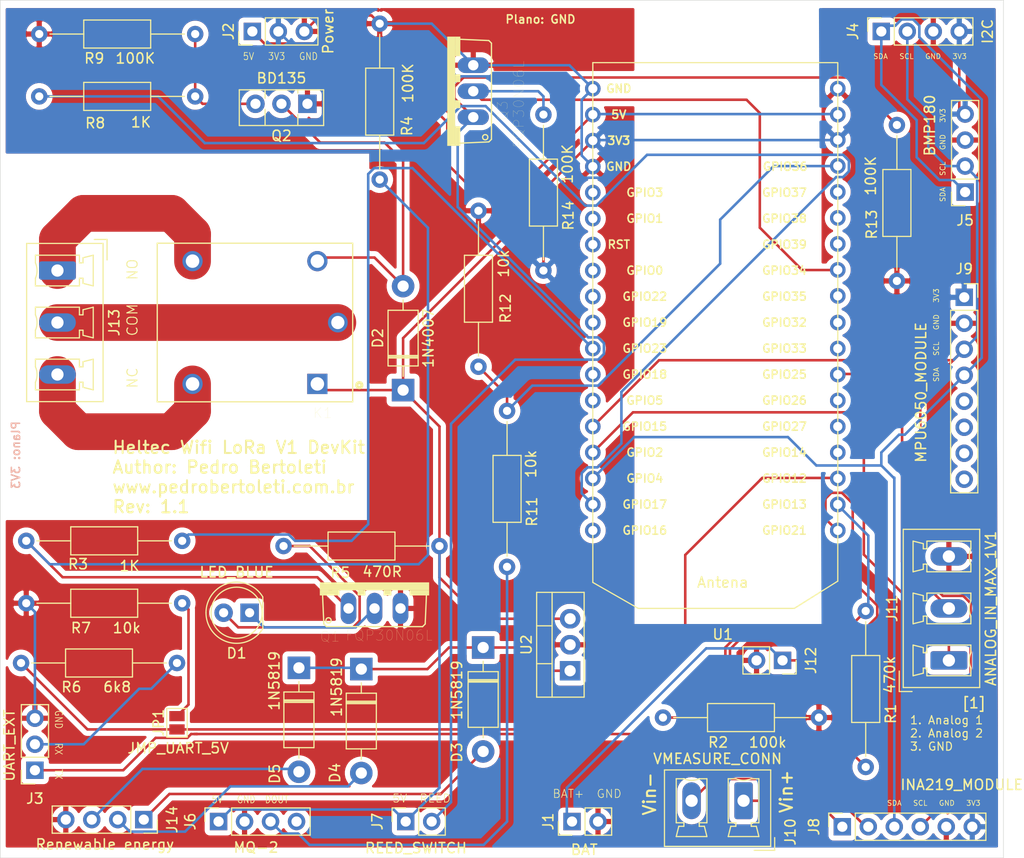
<source format=kicad_pcb>
(kicad_pcb (version 20171130) (host pcbnew 5.1.5+dfsg1-2build2)
  (layers (0 F.Cu signal) (31 B.Cu signal) (34 B.Paste user) (35 F.Paste user) (36 B.SilkS user) (37 F.SilkS user) (38 B.Mask user) (39 F.Mask user) (44 Edge.Cuts user))
  (net 0 "")
  (net 1 "Net-(D1-Pad1)")
  (net 2 "Net-(D1-Pad2)")
  (net 3 +5V)
  (net 4 "Net-(D2-Pad2)")
  (net 5 VBAT)
  (net 6 GND)
  (net 7 +3V3)
  (net 8 UART_EXT_TX)
  (net 9 UART_EXT_RX)
  (net 10 I2C_SDA)
  (net 11 I2C_SCL)
  (net 12 MQ2_DOUT_5V)
  (net 13 "Net-(J6-Pad4)")
  (net 14 REED_SW_5V)
  (net 15 "Net-(J10-Pad1)")
  (net 16 "Net-(J10-Pad2)")
  (net 17 "Net-(J9-Pad5)")
  (net 18 "Net-(J9-Pad6)")
  (net 19 "Net-(J9-Pad7)")
  (net 20 "Net-(J9-Pad8)")
  (net 21 ANALOG_1)
  (net 22 ANALOG_2)
  (net 23 "Net-(J13-Pad3)")
  (net 24 "Net-(J13-Pad2)")
  (net 25 "Net-(J13-Pad1)")
  (net 26 "Net-(JP1-Pad2)")
  (net 27 UART_EXT_RX_3V3)
  (net 28 "Net-(Q1-Pad1)")
  (net 29 REED_SW_3V3)
  (net 30 ADC_BAT)
  (net 31 LED_1)
  (net 32 RELAY)
  (net 33 MQ2_DOUT_3V3)
  (net 34 "Net-(U1-Pad5)")
  (net 35 "Net-(U1-Pad6)")
  (net 36 "Net-(U1-Pad7)")
  (net 37 "Net-(U1-Pad8)")
  (net 38 "Net-(U1-Pad9)")
  (net 39 "Net-(U1-Pad10)")
  (net 40 "Net-(U1-Pad12)")
  (net 41 "Net-(U1-Pad13)")
  (net 42 "Net-(U1-Pad18)")
  (net 43 "Net-(U1-Pad22)")
  (net 44 "Net-(U1-Pad23)")
  (net 45 "Net-(U1-Pad24)")
  (net 46 "Net-(U1-Pad26)")
  (net 47 "Net-(U1-Pad27)")
  (net 48 "Net-(U1-Pad28)")
  (net 49 "Net-(U1-Pad30)")
  (net 50 "Net-(U1-Pad31)")
  (net 51 "Net-(U1-Pad32)")
  (net 52 "Net-(Q2-Pad3)")
  (net 53 "Net-(D3-Pad1)")
  (net 54 "Net-(D3-Pad2)")
  (net 55 "Net-(D4-Pad2)")
  (net 56 "Net-(D5-Pad2)")
  (module Connector_PinSocket_2.54mm:PinSocket_1x08_P2.54mm_Vertical (layer F.Cu) (at 166.8526 58.4962)
    (fp_text reference J9 (at 0 -2.77) (layer F.SilkS))
    (fp_text value MPU6050_MODULE (at -4.22148 9.29132 90) (layer F.SilkS))
    (pad 8 thru_hole oval (at 0 17.78) (size 1.7 1.7) (drill 1) (layers *.Cu *.Mask) (net 20 "Net-(J9-Pad8)"))
    (pad 7 thru_hole oval (at 0 15.24) (size 1.7 1.7) (drill 1) (layers *.Cu *.Mask) (net 19 "Net-(J9-Pad7)"))
    (pad 6 thru_hole oval (at 0 12.7) (size 1.7 1.7) (drill 1) (layers *.Cu *.Mask) (net 18 "Net-(J9-Pad6)"))
    (pad 5 thru_hole oval (at 0 10.16) (size 1.7 1.7) (drill 1) (layers *.Cu *.Mask) (net 17 "Net-(J9-Pad5)"))
    (pad 4 thru_hole oval (at 0 7.62) (size 1.7 1.7) (drill 1) (layers *.Cu *.Mask) (net 10 I2C_SDA))
    (pad 3 thru_hole oval (at 0 5.08) (size 1.7 1.7) (drill 1) (layers *.Cu *.Mask) (net 11 I2C_SCL))
    (pad 2 thru_hole oval (at 0 2.54) (size 1.7 1.7) (drill 1) (layers *.Cu *.Mask) (net 6 GND))
    (pad 1 thru_hole rect (at 0 0) (size 1.7 1.7) (drill 1) (layers *.Cu *.Mask) (net 7 +3V3))
  )
  (module LED_THT:LED_D5.0mm_Clear (layer F.Cu) (at 97.01276 89.32164 180)
    (fp_text reference D1 (at 1.27 -3.96) (layer F.SilkS))
    (fp_text value LED_BLUE (at 1.27 3.96) (layer F.SilkS))
    (pad 2 thru_hole circle (at 2.54 0 180) (size 1.8 1.8) (drill 0.9) (layers *.Cu *.Mask) (net 2 "Net-(D1-Pad2)"))
    (pad 1 thru_hole rect (at 0 0 180) (size 1.8 1.8) (drill 0.9) (layers *.Cu *.Mask) (net 1 "Net-(D1-Pad1)"))
  )
  (module Diode_THT:D_DO-41_SOD81_P10.16mm_Horizontal (layer F.Cu) (at 112.014 67.564 90)
    (fp_text reference D2 (at 5.08 -2.47 90) (layer F.SilkS))
    (fp_text value 1N4007 (at 5.08 2.47 90) (layer F.SilkS))
    (pad 2 thru_hole oval (at 10.16 0 90) (size 2.2 2.2) (drill 1.1) (layers *.Cu *.Mask) (net 4 "Net-(D2-Pad2)"))
    (pad 1 thru_hole rect (at 0 0 90) (size 2.2 2.2) (drill 1.1) (layers *.Cu *.Mask) (net 3 +5V))
  )
  (module Connector_PinHeader_2.54mm:PinHeader_1x02_P2.54mm_Vertical (layer F.Cu) (at 128.524 109.728 90)
    (fp_text reference J1 (at 0 -2.33 90) (layer F.SilkS))
    (fp_text value BAT (at -2.75336 1.1938) (layer F.SilkS))
    (pad 2 thru_hole oval (at 0 2.54 90) (size 1.7 1.7) (drill 1) (layers *.Cu *.Mask) (net 6 GND))
    (pad 1 thru_hole rect (at 0 0 90) (size 1.7 1.7) (drill 1) (layers *.Cu *.Mask) (net 5 VBAT))
  )
  (module Connector_PinHeader_2.54mm:PinHeader_1x03_P2.54mm_Vertical (layer F.Cu) (at 97.282 32.512 90)
    (fp_text reference J2 (at 0 -2.33 90) (layer F.SilkS))
    (fp_text value Power (at 0 7.41 90) (layer F.SilkS))
    (pad 3 thru_hole oval (at 0 5.08 90) (size 1.7 1.7) (drill 1) (layers *.Cu *.Mask) (net 6 GND))
    (pad 2 thru_hole oval (at 0 2.54 90) (size 1.7 1.7) (drill 1) (layers *.Cu *.Mask) (net 7 +3V3))
    (pad 1 thru_hole rect (at 0 0 90) (size 1.7 1.7) (drill 1) (layers *.Cu *.Mask) (net 3 +5V))
  )
  (module Connector_PinSocket_2.54mm:PinSocket_1x03_P2.54mm_Vertical (layer F.Cu) (at 76.03236 104.71404 180)
    (fp_text reference J3 (at 0 -2.77) (layer F.SilkS))
    (fp_text value UART_EXT (at 2.49428 2.42316 90) (layer F.SilkS))
    (pad 3 thru_hole oval (at 0 5.08 180) (size 1.7 1.7) (drill 1) (layers *.Cu *.Mask) (net 6 GND))
    (pad 2 thru_hole oval (at 0 2.54 180) (size 1.7 1.7) (drill 1) (layers *.Cu *.Mask) (net 9 UART_EXT_RX))
    (pad 1 thru_hole rect (at 0 0 180) (size 1.7 1.7) (drill 1) (layers *.Cu *.Mask) (net 8 UART_EXT_TX))
  )
  (module Connector_PinSocket_2.54mm:PinSocket_1x04_P2.54mm_Vertical (layer F.Cu) (at 158.75 32.512 90)
    (fp_text reference J4 (at 0 -2.77 90) (layer F.SilkS))
    (fp_text value I2C (at 0 10.39 90) (layer F.SilkS))
    (pad 4 thru_hole oval (at 0 7.62 90) (size 1.7 1.7) (drill 1) (layers *.Cu *.Mask) (net 7 +3V3))
    (pad 3 thru_hole oval (at 0 5.08 90) (size 1.7 1.7) (drill 1) (layers *.Cu *.Mask) (net 6 GND))
    (pad 2 thru_hole oval (at 0 2.54 90) (size 1.7 1.7) (drill 1) (layers *.Cu *.Mask) (net 11 I2C_SCL))
    (pad 1 thru_hole rect (at 0 0 90) (size 1.7 1.7) (drill 1) (layers *.Cu *.Mask) (net 10 I2C_SDA))
  )
  (module Connector_PinSocket_2.54mm:PinSocket_1x04_P2.54mm_Vertical (layer F.Cu) (at 166.9415 48.2092 180)
    (fp_text reference J5 (at 0 -2.77) (layer F.SilkS))
    (fp_text value BMP180 (at 3.45186 6.51764 90) (layer F.SilkS))
    (pad 4 thru_hole oval (at 0 7.62 180) (size 1.7 1.7) (drill 1) (layers *.Cu *.Mask) (net 7 +3V3))
    (pad 3 thru_hole oval (at 0 5.08 180) (size 1.7 1.7) (drill 1) (layers *.Cu *.Mask) (net 6 GND))
    (pad 2 thru_hole oval (at 0 2.54 180) (size 1.7 1.7) (drill 1) (layers *.Cu *.Mask) (net 11 I2C_SCL))
    (pad 1 thru_hole rect (at 0 0 180) (size 1.7 1.7) (drill 1) (layers *.Cu *.Mask) (net 10 I2C_SDA))
  )
  (module Connector_PinSocket_2.54mm:PinSocket_1x04_P2.54mm_Vertical (layer F.Cu) (at 93.98 109.728 90)
    (fp_text reference J6 (at 0 -2.77 90) (layer F.SilkS))
    (fp_text value MQ-2 (at -2.54 3.6576 180) (layer F.SilkS))
    (pad 4 thru_hole oval (at 0 7.62 90) (size 1.7 1.7) (drill 1) (layers *.Cu *.Mask) (net 13 "Net-(J6-Pad4)"))
    (pad 3 thru_hole oval (at 0 5.08 90) (size 1.7 1.7) (drill 1) (layers *.Cu *.Mask) (net 12 MQ2_DOUT_5V))
    (pad 2 thru_hole oval (at 0 2.54 90) (size 1.7 1.7) (drill 1) (layers *.Cu *.Mask) (net 6 GND))
    (pad 1 thru_hole rect (at 0 0 90) (size 1.7 1.7) (drill 1) (layers *.Cu *.Mask) (net 3 +5V))
  )
  (module Connector_PinSocket_2.54mm:PinSocket_1x02_P2.54mm_Vertical (layer F.Cu) (at 112.268 109.728 90)
    (fp_text reference J7 (at 0 -2.77 90) (layer F.SilkS))
    (fp_text value REED_SWITCH (at -2.59588 0.99568) (layer F.SilkS))
    (pad 2 thru_hole oval (at 0 2.54 90) (size 1.7 1.7) (drill 1) (layers *.Cu *.Mask) (net 14 REED_SW_5V))
    (pad 1 thru_hole rect (at 0 0 90) (size 1.7 1.7) (drill 1) (layers *.Cu *.Mask) (net 3 +5V))
  )
  (module Connector_PinSocket_2.54mm:PinSocket_1x06_P2.54mm_Vertical (layer F.Cu) (at 154.94 110.236 90)
    (fp_text reference J8 (at 0 -2.77 90) (layer F.SilkS))
    (fp_text value INA219_MODULE (at 4.09956 11.66368 180) (layer F.SilkS))
    (pad 6 thru_hole oval (at 0 12.7 90) (size 1.7 1.7) (drill 1) (layers *.Cu *.Mask) (net 7 +3V3))
    (pad 5 thru_hole oval (at 0 10.16 90) (size 1.7 1.7) (drill 1) (layers *.Cu *.Mask) (net 6 GND))
    (pad 4 thru_hole oval (at 0 7.62 90) (size 1.7 1.7) (drill 1) (layers *.Cu *.Mask) (net 11 I2C_SCL))
    (pad 3 thru_hole oval (at 0 5.08 90) (size 1.7 1.7) (drill 1) (layers *.Cu *.Mask) (net 10 I2C_SDA))
    (pad 2 thru_hole oval (at 0 2.54 90) (size 1.7 1.7) (drill 1) (layers *.Cu *.Mask) (net 16 "Net-(J10-Pad2)"))
    (pad 1 thru_hole rect (at 0 0 90) (size 1.7 1.7) (drill 1) (layers *.Cu *.Mask) (net 15 "Net-(J10-Pad1)"))
  )
  (module Connector_Phoenix_MC_HighVoltage:PhoenixContact_MCV_1,5_2-G-5.08_1x02_P5.08mm_Vertical (layer F.Cu) (at 145.288 107.696 180)
    (fp_text reference J10 (at -4.572 -3.048 90) (layer F.SilkS))
    (fp_text value VMEASURE_CONN (at 2.54 4.1) (layer F.SilkS))
    (pad 2 thru_hole oval (at 5.08 0 180) (size 1.8 3.6) (drill 1.2) (layers *.Cu *.Mask) (net 16 "Net-(J10-Pad2)"))
    (pad 1 thru_hole roundrect (at 0 0 180) (size 1.8 3.6) (drill 1.2) (layers *.Cu *.Mask) (roundrect_rratio 0.138889) (net 15 "Net-(J10-Pad1)"))
  )
  (module Connector_Phoenix_MC_HighVoltage:PhoenixContact_MCV_1,5_3-G-5.08_1x03_P5.08mm_Vertical (layer F.Cu) (at 165.354 93.98 90)
    (fp_text reference J11 (at 5.08 -5.55 90) (layer F.SilkS))
    (fp_text value ANALOG_IN_MAX_1V1 (at 5.08 4.1 90) (layer F.SilkS))
    (pad 3 thru_hole oval (at 10.16 0 90) (size 1.8 3.6) (drill 1.2) (layers *.Cu *.Mask) (net 6 GND))
    (pad 2 thru_hole oval (at 5.08 0 90) (size 1.8 3.6) (drill 1.2) (layers *.Cu *.Mask) (net 22 ANALOG_2))
    (pad 1 thru_hole roundrect (at 0 0 90) (size 1.8 3.6) (drill 1.2) (layers *.Cu *.Mask) (roundrect_rratio 0.138889) (net 21 ANALOG_1))
  )
  (module Connector_PinSocket_2.54mm:PinSocket_1x02_P2.54mm_Vertical (layer F.Cu) (at 149.098 93.98 270)
    (fp_text reference J12 (at 0 -2.77 90) (layer F.SilkS))
    (fp_text value BAT_HELTEC_CONN)
    (pad 2 thru_hole oval (at 0 2.54 270) (size 1.7 1.7) (drill 1) (layers *.Cu *.Mask) (net 6 GND))
    (pad 1 thru_hole rect (at 0 0 270) (size 1.7 1.7) (drill 1) (layers *.Cu *.Mask) (net 5 VBAT))
  )
  (module Connector_Phoenix_MC_HighVoltage:PhoenixContact_MCV_1,5_3-G-5.08_1x03_P5.08mm_Vertical (layer F.Cu) (at 78.232 55.88 270)
    (fp_text reference J13 (at 5.08 -5.55 90) (layer F.SilkS))
    (fp_text value RELAY_CONN)
    (pad 3 thru_hole oval (at 10.16 0 270) (size 1.8 3.6) (drill 1.2) (layers *.Cu *.Mask) (net 23 "Net-(J13-Pad3)"))
    (pad 2 thru_hole oval (at 5.08 0 270) (size 1.8 3.6) (drill 1.2) (layers *.Cu *.Mask) (net 24 "Net-(J13-Pad2)"))
    (pad 1 thru_hole roundrect (at 0 0 270) (size 1.8 3.6) (drill 1.2) (layers *.Cu *.Mask) (roundrect_rratio 0.138889) (net 25 "Net-(J13-Pad1)"))
  )
  (module Jumper:SolderJumper-2_P1.3mm_Open_Pad1.0x1.5mm (layer F.Cu) (at 89.916 100.076 90)
    (fp_text reference JP1 (at 0 -1.8 90) (layer F.SilkS))
    (fp_text value JMP_UART_5V (at -2.48412 0.11684) (layer F.SilkS))
    (pad 1 smd rect (at -0.65 0 90) (size 1 1.5) (layers F.Cu F.Mask) (net 27 UART_EXT_RX_3V3))
    (pad 2 smd rect (at 0.65 0 90) (size 1 1.5) (layers F.Cu F.Mask) (net 26 "Net-(JP1-Pad2)"))
  )
  (module Resistor_THT:R_Axial_DIN0207_L6.3mm_D2.5mm_P15.24mm_Horizontal (layer F.Cu) (at 157.226 104.394 90)
    (fp_text reference R1 (at 5.19176 2.44856 90) (layer F.SilkS))
    (fp_text value 470k (at 9.01192 2.35204 90) (layer F.SilkS))
    (pad 2 thru_hole oval (at 15.24 0 90) (size 1.6 1.6) (drill 0.8) (layers *.Cu *.Mask) (net 30 ADC_BAT))
    (pad 1 thru_hole circle (at 0 0 90) (size 1.6 1.6) (drill 0.8) (layers *.Cu *.Mask) (net 5 VBAT))
  )
  (module Resistor_THT:R_Axial_DIN0207_L6.3mm_D2.5mm_P15.24mm_Horizontal (layer F.Cu) (at 137.414 99.568)
    (fp_text reference R2 (at 5.38988 2.42824) (layer F.SilkS))
    (fp_text value 100k (at 10.2362 2.42824) (layer F.SilkS))
    (pad 2 thru_hole oval (at 15.24 0) (size 1.6 1.6) (drill 0.8) (layers *.Cu *.Mask) (net 6 GND))
    (pad 1 thru_hole circle (at 0 0) (size 1.6 1.6) (drill 0.8) (layers *.Cu *.Mask) (net 30 ADC_BAT))
  )
  (module Resistor_THT:R_Axial_DIN0207_L6.3mm_D2.5mm_P15.24mm_Horizontal (layer F.Cu) (at 75.184 82.296)
    (fp_text reference R3 (at 5.06476 2.27584) (layer F.SilkS))
    (fp_text value 1K (at 10.09904 2.4638) (layer F.SilkS))
    (pad 2 thru_hole oval (at 15.24 0) (size 1.6 1.6) (drill 0.8) (layers *.Cu *.Mask) (net 31 LED_1))
    (pad 1 thru_hole circle (at 0 0) (size 1.6 1.6) (drill 0.8) (layers *.Cu *.Mask) (net 28 "Net-(Q1-Pad1)"))
  )
  (module Resistor_THT:R_Axial_DIN0207_L6.3mm_D2.5mm_P15.24mm_Horizontal (layer F.Cu) (at 109.728 46.99 90)
    (fp_text reference R4 (at 5.2324 2.67208 90) (layer F.SilkS))
    (fp_text value 100K (at 9.42848 2.76352 90) (layer F.SilkS))
    (pad 2 thru_hole oval (at 15.24 0 90) (size 1.6 1.6) (drill 0.8) (layers *.Cu *.Mask) (net 6 GND))
    (pad 1 thru_hole circle (at 0 0 90) (size 1.6 1.6) (drill 0.8) (layers *.Cu *.Mask) (net 28 "Net-(Q1-Pad1)"))
  )
  (module Resistor_THT:R_Axial_DIN0207_L6.3mm_D2.5mm_P15.24mm_Horizontal (layer F.Cu) (at 115.57 82.804 180)
    (fp_text reference R5 (at 9.69264 -2.60604) (layer F.SilkS))
    (fp_text value 470R (at 5.59308 -2.5146) (layer F.SilkS))
    (pad 2 thru_hole oval (at 15.24 0 180) (size 1.6 1.6) (drill 0.8) (layers *.Cu *.Mask) (net 2 "Net-(D1-Pad2)"))
    (pad 1 thru_hole circle (at 0 0 180) (size 1.6 1.6) (drill 0.8) (layers *.Cu *.Mask) (net 3 +5V))
  )
  (module Resistor_THT:R_Axial_DIN0207_L6.3mm_D2.5mm_P15.24mm_Horizontal (layer F.Cu) (at 89.916 94.234 180)
    (fp_text reference R6 (at 10.31748 -2.35712) (layer F.SilkS))
    (fp_text value 6k8 (at 5.84708 -2.35712) (layer F.SilkS))
    (pad 2 thru_hole oval (at 15.24 0 180) (size 1.6 1.6) (drill 0.8) (layers *.Cu *.Mask) (net 27 UART_EXT_RX_3V3))
    (pad 1 thru_hole circle (at 0 0 180) (size 1.6 1.6) (drill 0.8) (layers *.Cu *.Mask) (net 9 UART_EXT_RX))
  )
  (module Resistor_THT:R_Axial_DIN0207_L6.3mm_D2.5mm_P15.24mm_Horizontal (layer F.Cu) (at 90.424 88.392 180)
    (fp_text reference R7 (at 9.89584 -2.42316) (layer F.SilkS))
    (fp_text value 10k (at 5.42036 -2.42316) (layer F.SilkS))
    (pad 2 thru_hole oval (at 15.24 0 180) (size 1.6 1.6) (drill 0.8) (layers *.Cu *.Mask) (net 6 GND))
    (pad 1 thru_hole circle (at 0 0 180) (size 1.6 1.6) (drill 0.8) (layers *.Cu *.Mask) (net 26 "Net-(JP1-Pad2)"))
  )
  (module Resistor_THT:R_Axial_DIN0207_L6.3mm_D2.5mm_P15.24mm_Horizontal (layer F.Cu) (at 91.694 38.862 180)
    (fp_text reference R8 (at 9.76884 -2.6162) (layer F.SilkS))
    (fp_text value 1K (at 5.29336 -2.52476) (layer F.SilkS))
    (pad 2 thru_hole oval (at 15.24 0 180) (size 1.6 1.6) (drill 0.8) (layers *.Cu *.Mask) (net 32 RELAY))
    (pad 1 thru_hole circle (at 0 0 180) (size 1.6 1.6) (drill 0.8) (layers *.Cu *.Mask) (net 52 "Net-(Q2-Pad3)"))
  )
  (module Resistor_THT:R_Axial_DIN0207_L6.3mm_D2.5mm_P15.24mm_Horizontal (layer F.Cu) (at 91.694 32.766 180)
    (fp_text reference R9 (at 9.86028 -2.37744) (layer F.SilkS))
    (fp_text value 100K (at 5.85216 -2.37744) (layer F.SilkS))
    (pad 2 thru_hole oval (at 15.24 0 180) (size 1.6 1.6) (drill 0.8) (layers *.Cu *.Mask) (net 6 GND))
    (pad 1 thru_hole circle (at 0 0 180) (size 1.6 1.6) (drill 0.8) (layers *.Cu *.Mask) (net 52 "Net-(Q2-Pad3)"))
  )
  (module Resistor_THT:R_Axial_DIN0207_L6.3mm_D2.5mm_P15.24mm_Horizontal (layer F.Cu) (at 122.174 84.836 90)
    (fp_text reference R11 (at 5.38988 2.43332 90) (layer F.SilkS))
    (fp_text value 10k (at 10.04824 2.34188 90) (layer F.SilkS))
    (pad 2 thru_hole oval (at 15.24 0 90) (size 1.6 1.6) (drill 0.8) (layers *.Cu *.Mask) (net 33 MQ2_DOUT_3V3))
    (pad 1 thru_hole circle (at 0 0 90) (size 1.6 1.6) (drill 0.8) (layers *.Cu *.Mask) (net 12 MQ2_DOUT_5V))
  )
  (module Resistor_THT:R_Axial_DIN0207_L6.3mm_D2.5mm_P15.24mm_Horizontal (layer F.Cu) (at 119.38 65.278 90)
    (fp_text reference R12 (at 5.69976 2.64668 90) (layer F.SilkS))
    (fp_text value 10k (at 10.07872 2.4638 90) (layer F.SilkS))
    (pad 2 thru_hole oval (at 15.24 0 90) (size 1.6 1.6) (drill 0.8) (layers *.Cu *.Mask) (net 6 GND))
    (pad 1 thru_hole circle (at 0 0 90) (size 1.6 1.6) (drill 0.8) (layers *.Cu *.Mask) (net 33 MQ2_DOUT_3V3))
  )
  (module Resistor_THT:R_Axial_DIN0207_L6.3mm_D2.5mm_P15.24mm_Horizontal (layer F.Cu) (at 160.274 41.656 270)
    (fp_text reference R13 (at 9.72312 2.4638 90) (layer F.SilkS))
    (fp_text value 100K (at 4.96824 2.56032 90) (layer F.SilkS))
    (pad 2 thru_hole oval (at 15.24 0 270) (size 1.6 1.6) (drill 0.8) (layers *.Cu *.Mask) (net 6 GND))
    (pad 1 thru_hole circle (at 0 0 270) (size 1.6 1.6) (drill 0.8) (layers *.Cu *.Mask) (net 14 REED_SW_5V))
  )
  (module Resistor_THT:R_Axial_DIN0207_L6.3mm_D2.5mm_P15.24mm_Horizontal (layer F.Cu) (at 125.73 55.88 90)
    (fp_text reference R14 (at 5.37464 2.43332 90) (layer F.SilkS))
    (fp_text value 100K (at 10.41908 2.35712 90) (layer F.SilkS))
    (pad 2 thru_hole oval (at 15.24 0 90) (size 1.6 1.6) (drill 0.8) (layers *.Cu *.Mask) (net 29 REED_SW_3V3))
    (pad 1 thru_hole circle (at 0 0 90) (size 1.6 1.6) (drill 0.8) (layers *.Cu *.Mask) (net 7 +3V3))
  )
  (module Package_TO_SOT_THT:TO-126-3_Vertical (layer F.Cu) (at 102.6668 39.5859 180)
    (fp_text reference Q2 (at 2.54 -3.12) (layer F.SilkS))
    (fp_text value BD135 (at 2.54 2.5) (layer F.SilkS))
    (pad 3 thru_hole oval (at 5.08 0 180) (size 1.8 1.8) (drill 1) (layers *.Cu *.Mask) (net 52 "Net-(Q2-Pad3)"))
    (pad 2 thru_hole oval (at 2.54 0 180) (size 1.8 1.8) (drill 1) (layers *.Cu *.Mask) (net 4 "Net-(D2-Pad2)"))
    (pad 1 thru_hole rect (at 0 0 180) (size 1.8 1.8) (drill 1) (layers *.Cu *.Mask) (net 6 GND))
  )
  (module Diode_THT:D_DO-41_SOD81_P10.16mm_Horizontal (layer F.Cu) (at 119.8372 92.72016 270)
    (fp_text reference D3 (at 10.25652 2.56032 90) (layer F.SilkS))
    (fp_text value 1N5819 (at 4.1656 2.56032 90) (layer F.SilkS))
    (pad 2 thru_hole oval (at 10.16 0 270) (size 2.2 2.2) (drill 1.1) (layers *.Cu *.Mask) (net 54 "Net-(D3-Pad2)"))
    (pad 1 thru_hole rect (at 0 0 270) (size 2.2 2.2) (drill 1.1) (layers *.Cu *.Mask) (net 53 "Net-(D3-Pad1)"))
  )
  (module Diode_THT:D_DO-41_SOD81_P10.16mm_Horizontal (layer F.Cu) (at 107.92968 94.82836 270)
    (fp_text reference D4 (at 10.14476 2.57048 90) (layer F.SilkS))
    (fp_text value 1N5819 (at 1.76276 2.40792 90) (layer F.SilkS))
    (pad 2 thru_hole oval (at 10.16 0 270) (size 2.2 2.2) (drill 1.1) (layers *.Cu *.Mask) (net 55 "Net-(D4-Pad2)"))
    (pad 1 thru_hole rect (at 0 0 270) (size 2.2 2.2) (drill 1.1) (layers *.Cu *.Mask) (net 53 "Net-(D3-Pad1)"))
  )
  (module Diode_THT:D_DO-41_SOD81_P10.16mm_Horizontal (layer F.Cu) (at 101.83368 94.70644 270)
    (fp_text reference D5 (at 10.35304 2.3622 90) (layer F.SilkS))
    (fp_text value 1N5819 (at 1.26492 2.40284 90) (layer F.SilkS))
    (pad 2 thru_hole oval (at 10.16 0 270) (size 2.2 2.2) (drill 1.1) (layers *.Cu *.Mask) (net 56 "Net-(D5-Pad2)"))
    (pad 1 thru_hole rect (at 0 0 270) (size 2.2 2.2) (drill 1.1) (layers *.Cu *.Mask) (net 53 "Net-(D3-Pad1)"))
  )
  (module Connector_PinSocket_2.54mm:PinSocket_1x04_P2.54mm_Vertical (layer F.Cu) (at 86.66988 109.54004 270)
    (fp_text reference J14 (at 0 -2.77 90) (layer F.SilkS))
    (fp_text value "Renewable energy" (at 2.42316 3.80492) (layer F.SilkS))
    (pad 4 thru_hole oval (at 0 7.62 270) (size 1.7 1.7) (drill 1) (layers *.Cu *.Mask) (net 6 GND))
    (pad 3 thru_hole oval (at 0 5.08 270) (size 1.7 1.7) (drill 1) (layers *.Cu *.Mask) (net 56 "Net-(D5-Pad2)"))
    (pad 2 thru_hole oval (at 0 2.54 270) (size 1.7 1.7) (drill 1) (layers *.Cu *.Mask) (net 55 "Net-(D4-Pad2)"))
    (pad 1 thru_hole rect (at 0 0 270) (size 1.7 1.7) (drill 1) (layers *.Cu *.Mask) (net 54 "Net-(D3-Pad2)"))
  )
  (module Package_TO_SOT_THT:TO-220-3_Vertical (layer F.Cu) (at 128.33604 94.99092 90)
    (fp_text reference U2 (at 2.54 -4.27 90) (layer F.SilkS))
    (fp_text value LM7805_TO220)
    (pad 3 thru_hole oval (at 5.08 0 90) (size 1.905 2) (drill 1.1) (layers *.Cu *.Mask) (net 3 +5V))
    (pad 2 thru_hole oval (at 2.54 0 90) (size 1.905 2) (drill 1.1) (layers *.Cu *.Mask) (net 6 GND))
    (pad 1 thru_hole rect (at 0 0 90) (size 1.905 2) (drill 1.1) (layers *.Cu *.Mask) (net 53 "Net-(D3-Pad1)"))
  )
  (module heltec_wifi_lora_v1:Heltec_WiFi_LoRa_V1 (layer F.Cu) (at 143.256 63.5)
    (fp_text reference U1 (at 0 27.94) (layer F.SilkS))
    (fp_text value Heltec_Wifi_LoRa_V1)
    (fp_text user Antena (at 0 22.86) (layer F.SilkS))
    (fp_text user GPIO21 (at 6.0325 17.78) (layer F.SilkS) (effects (font (size 0.8 0.8))))
    (fp_text user GPIO13 (at 6.0325 15.24) (layer F.SilkS) (effects (font (size 0.8 0.8))))
    (fp_text user GPIO12 (at 6.0325 12.7) (layer F.SilkS) (effects (font (size 0.8 0.8))))
    (fp_text user GPIO14 (at 6.0325 10.16) (layer F.SilkS) (effects (font (size 0.8 0.8))))
    (fp_text user GPIO27 (at 6.0325 7.62) (layer F.SilkS) (effects (font (size 0.8 0.8))))
    (fp_text user GPIO26 (at 6.0325 5.08) (layer F.SilkS) (effects (font (size 0.8 0.8))))
    (fp_text user GPIO25 (at 6.0325 2.54) (layer F.SilkS) (effects (font (size 0.8 0.8))))
    (fp_text user GPIO33 (at 6.0325 0) (layer F.SilkS) (effects (font (size 0.8 0.8))))
    (fp_text user GPIO32 (at 6.0325 -2.54) (layer F.SilkS) (effects (font (size 0.8 0.8))))
    (fp_text user GPIO35 (at 6.0325 -5.08) (layer F.SilkS) (effects (font (size 0.8 0.8))))
    (fp_text user GPIO34 (at 6.0325 -7.62) (layer F.SilkS) (effects (font (size 0.8 0.8))))
    (fp_text user GPIO39 (at 6.0325 -10.16) (layer F.SilkS) (effects (font (size 0.8 0.8))))
    (fp_text user GPIO38 (at 6.0325 -12.7) (layer F.SilkS) (effects (font (size 0.8 0.8))))
    (fp_text user GPIO37 (at 6.0325 -15.24) (layer F.SilkS) (effects (font (size 0.8 0.8))))
    (fp_text user GPIO36 (at 6.096 -17.78) (layer F.SilkS) (effects (font (size 0.8 0.8))))
    (fp_text user 3V3 (at -10.16 -20.32) (layer F.SilkS) (effects (font (size 0.8 0.8))))
    (fp_text user 5V (at -10.16 -22.86) (layer F.SilkS) (effects (font (size 0.8 0.8))))
    (fp_text user GND (at -10.16 -25.4) (layer F.SilkS) (effects (font (size 0.8 0.8))))
    (fp_text user GPIO16 (at -7.62 17.78) (layer F.SilkS) (effects (font (size 0.8 0.8))))
    (fp_text user GPIO17 (at -7.62 15.24) (layer F.SilkS) (effects (font (size 0.8 0.8))))
    (fp_text user GPIO4 (at -7.62 12.7) (layer F.SilkS) (effects (font (size 0.8 0.8))))
    (fp_text user GPIO2 (at -7.62 10.16) (layer F.SilkS) (effects (font (size 0.8 0.8))))
    (fp_text user GPIO15 (at -7.62 7.62) (layer F.SilkS) (effects (font (size 0.8 0.8))))
    (fp_text user GPIO5 (at -7.62 5.08) (layer F.SilkS) (effects (font (size 0.8 0.8))))
    (fp_text user GPIO18 (at -7.62 2.54) (layer F.SilkS) (effects (font (size 0.8 0.8))))
    (fp_text user GPIO23 (at -7.62 0) (layer F.SilkS) (effects (font (size 0.8 0.8))))
    (fp_text user GPIO19 (at -7.62 -2.54) (layer F.SilkS) (effects (font (size 0.8 0.8))))
    (fp_text user GPIO22 (at -7.62 -5.08) (layer F.SilkS) (effects (font (size 0.8 0.8))))
    (fp_text user GPIO0 (at -7.62 -7.62) (layer F.SilkS) (effects (font (size 0.8 0.8))))
    (fp_text user RST (at -10.16 -10.16) (layer F.SilkS) (effects (font (size 0.8 0.8))))
    (fp_text user GPIO1 (at -7.62 -12.7) (layer F.SilkS) (effects (font (size 0.8 0.8))))
    (fp_text user GPIO3 (at -7.62 -15.24) (layer F.SilkS) (effects (font (size 0.8 0.8))))
    (fp_text user GND (at -10.16 -17.78) (layer F.SilkS) (effects (font (size 0.8 0.8))))
    (fp_text user 5V (at -10.16 -22.86) (layer F.SilkS) (effects (font (size 0.8 0.8))))
    (fp_text user 3V3 (at -10.16 -20.32) (layer F.SilkS) (effects (font (size 0.8 0.8))))
    (fp_text user GND (at -10.16 -25.4) (layer F.SilkS) (effects (font (size 0.8 0.8))))
    (pad 36 thru_hole circle (at 11.2395 -25.4) (size 1.524 1.524) (drill 0.9) (layers *.Cu *.Mask) (net 6 GND))
    (pad 35 thru_hole circle (at 11.2395 -22.86) (size 1.524 1.524) (drill 0.9) (layers *.Cu *.Mask) (net 3 +5V))
    (pad 34 thru_hole circle (at 11.2395 -20.3835) (size 1.524 1.524) (drill 0.9) (layers *.Cu *.Mask) (net 7 +3V3))
    (pad 33 thru_hole circle (at 11.2395 -17.8435) (size 1.524 1.524) (drill 0.9) (layers *.Cu *.Mask) (net 33 MQ2_DOUT_3V3))
    (pad 32 thru_hole circle (at 11.2395 -15.3035) (size 1.524 1.524) (drill 0.9) (layers *.Cu *.Mask) (net 51 "Net-(U1-Pad32)"))
    (pad 31 thru_hole circle (at 11.2395 -12.7635) (size 1.524 1.524) (drill 0.9) (layers *.Cu *.Mask) (net 50 "Net-(U1-Pad31)"))
    (pad 30 thru_hole circle (at 11.2395 -10.2235) (size 1.524 1.524) (drill 0.9) (layers *.Cu *.Mask) (net 49 "Net-(U1-Pad30)"))
    (pad 29 thru_hole circle (at 11.2395 -7.6835) (size 1.524 1.524) (drill 0.9) (layers *.Cu *.Mask) (net 29 REED_SW_3V3))
    (pad 28 thru_hole circle (at 11.2395 -5.1435) (size 1.524 1.524) (drill 0.9) (layers *.Cu *.Mask) (net 48 "Net-(U1-Pad28)"))
    (pad 27 thru_hole circle (at 11.2395 -2.54) (size 1.524 1.524) (drill 0.9) (layers *.Cu *.Mask) (net 47 "Net-(U1-Pad27)"))
    (pad 26 thru_hole circle (at 11.2395 0) (size 1.524 1.524) (drill 0.9) (layers *.Cu *.Mask) (net 46 "Net-(U1-Pad26)"))
    (pad 25 thru_hole circle (at 11.2395 2.54) (size 1.524 1.524) (drill 0.9) (layers *.Cu *.Mask) (net 22 ANALOG_2))
    (pad 24 thru_hole circle (at 11.2395 5.08) (size 1.524 1.524) (drill 0.9) (layers *.Cu *.Mask) (net 45 "Net-(U1-Pad24)"))
    (pad 23 thru_hole circle (at 11.2395 7.62) (size 1.524 1.524) (drill 0.9) (layers *.Cu *.Mask) (net 44 "Net-(U1-Pad23)"))
    (pad 22 thru_hole circle (at 11.2395 10.16) (size 1.524 1.524) (drill 0.9) (layers *.Cu *.Mask) (net 43 "Net-(U1-Pad22)"))
    (pad 21 thru_hole circle (at 11.2395 12.7) (size 1.524 1.524) (drill 0.9) (layers *.Cu *.Mask) (net 27 UART_EXT_RX_3V3))
    (pad 20 thru_hole circle (at 11.2395 15.24) (size 1.524 1.524) (drill 0.9) (layers *.Cu *.Mask) (net 30 ADC_BAT))
    (pad 19 thru_hole circle (at 11.2395 17.78) (size 1.524 1.524) (drill 0.9) (layers *.Cu *.Mask) (net 8 UART_EXT_TX))
    (pad 18 thru_hole circle (at -12.7 17.78) (size 1.524 1.524) (drill 0.9) (layers *.Cu *.Mask) (net 42 "Net-(U1-Pad18)"))
    (pad 17 thru_hole circle (at -12.7 15.24) (size 1.524 1.524) (drill 0.9) (layers *.Cu *.Mask) (net 32 RELAY))
    (pad 16 thru_hole circle (at -12.7 12.7) (size 1.524 1.524) (drill 0.9) (layers *.Cu *.Mask) (net 10 I2C_SDA))
    (pad 15 thru_hole circle (at -12.7 10.16) (size 1.524 1.524) (drill 0.9) (layers *.Cu *.Mask) (net 21 ANALOG_1))
    (pad 14 thru_hole circle (at -12.7 7.62) (size 1.524 1.524) (drill 0.9) (layers *.Cu *.Mask) (net 11 I2C_SCL))
    (pad 13 thru_hole circle (at -12.7 5.08) (size 1.524 1.524) (drill 0.9) (layers *.Cu *.Mask) (net 41 "Net-(U1-Pad13)"))
    (pad 12 thru_hole circle (at -12.7 2.54) (size 1.524 1.524) (drill 0.9) (layers *.Cu *.Mask) (net 40 "Net-(U1-Pad12)"))
    (pad 11 thru_hole circle (at -12.7 0) (size 1.524 1.524) (drill 0.9) (layers *.Cu *.Mask) (net 31 LED_1))
    (pad 10 thru_hole circle (at -12.7 -2.54) (size 1.524 1.524) (drill 0.9) (layers *.Cu *.Mask) (net 39 "Net-(U1-Pad10)"))
    (pad 9 thru_hole circle (at -12.7 -5.08) (size 1.524 1.524) (drill 0.9) (layers *.Cu *.Mask) (net 38 "Net-(U1-Pad9)"))
    (pad 8 thru_hole circle (at -12.7 -7.62) (size 1.524 1.524) (drill 0.9) (layers *.Cu *.Mask) (net 37 "Net-(U1-Pad8)"))
    (pad 7 thru_hole circle (at -12.7 -10.16) (size 1.524 1.524) (drill 0.9) (layers *.Cu *.Mask) (net 36 "Net-(U1-Pad7)"))
    (pad 6 thru_hole circle (at -12.7 -12.7) (size 1.524 1.524) (drill 0.9) (layers *.Cu *.Mask) (net 35 "Net-(U1-Pad6)"))
    (pad 5 thru_hole circle (at -12.7 -15.24) (size 1.524 1.524) (drill 0.9) (layers *.Cu *.Mask) (net 34 "Net-(U1-Pad5)"))
    (pad 4 thru_hole circle (at -12.7 -17.78) (size 1.524 1.524) (drill 0.9) (layers *.Cu *.Mask) (net 6 GND))
    (pad 3 thru_hole circle (at -12.7 -20.32) (size 1.524 1.524) (drill 0.9) (layers *.Cu *.Mask) (net 7 +3V3))
    (pad 2 thru_hole circle (at -12.7 -22.86) (size 1.524 1.524) (drill 0.9) (layers *.Cu *.Mask) (net 3 +5V))
    (pad 1 thru_hole circle (at -12.7 -25.4) (size 1.524 1.524) (drill 0.9) (layers *.Cu *.Mask) (net 6 GND))
  )
  (module Rele_songle_SRD-05VDC:RELAY_SRD-05VDC-SL-C (layer F.Cu) (at 97.536 60.96 180)
    (fp_text reference K1 (at -6.62563 -8.83584) (layer F.SilkS) (effects (font (size 1.000094 1.000094) (thickness 0.015))))
    (fp_text value SRD-05VDC-SL-C)
    (pad NC thru_hole circle (at 6.1 -6 180) (size 1.98 1.98) (drill 1.32) (layers *.Cu *.Mask) (net 23 "Net-(J13-Pad3)"))
    (pad NO thru_hole circle (at 6.1 6 180) (size 1.98 1.98) (drill 1.32) (layers *.Cu *.Mask) (net 25 "Net-(J13-Pad1)"))
    (pad A2 thru_hole circle (at -6.1 6 180) (size 1.98 1.98) (drill 1.32) (layers *.Cu *.Mask) (net 4 "Net-(D2-Pad2)"))
    (pad COM thru_hole circle (at -8.1 0 180) (size 1.935 1.935) (drill 1.29) (layers *.Cu *.Mask) (net 24 "Net-(J13-Pad2)"))
    (pad A1 thru_hole rect (at -6.1 -6 180) (size 1.98 1.98) (drill 1.32) (layers *.Cu *.Mask) (net 3 +5V))
  )
  (module FQP30N06L:TO220V (layer F.Cu) (at 109.22 86.36)
    (fp_text reference Q1 (at -4.3434 5.30352) (layer F.SilkS) (effects (font (size 1.000362 1.000362) (thickness 0.015))))
    (fp_text value FQP30N06L (at 1.4224 5.1816) (layer F.SilkS) (effects (font (size 1.001118 1.001118) (thickness 0.015))))
    (pad 3 thru_hole oval (at 2.54 2.54) (size 1.524 3.048) (drill 1.016) (layers *.Cu *.Mask) (net 6 GND))
    (pad 2 thru_hole oval (at 0 2.54) (size 1.524 3.048) (drill 1.016) (layers *.Cu *.Mask) (net 1 "Net-(D1-Pad1)"))
    (pad 1 thru_hole oval (at -2.54 2.54) (size 1.524 3.048) (drill 1.016) (layers *.Cu *.Mask) (net 28 "Net-(Q1-Pad1)"))
  )
  (module FQP30N06L:TO220V (layer F.Cu) (at 116.332 38.354 90)
    (fp_text reference Q3 (at -1.90568 5.41215 90) (layer F.SilkS) (effects (font (size 1.000362 1.000362) (thickness 0.015))))
    (fp_text value FQP30N06L (at -1.27142 6.99281 90) (layer F.SilkS) (effects (font (size 1.001118 1.001118) (thickness 0.015))))
    (pad 3 thru_hole oval (at 2.54 2.54 90) (size 1.524 3.048) (drill 1.016) (layers *.Cu *.Mask) (net 6 GND))
    (pad 2 thru_hole oval (at 0 2.54 90) (size 1.524 3.048) (drill 1.016) (layers *.Cu *.Mask) (net 29 REED_SW_3V3))
    (pad 1 thru_hole oval (at -2.54 2.54 90) (size 1.524 3.048) (drill 1.016) (layers *.Cu *.Mask) (net 14 REED_SW_5V))
  )
  (gr_text "1. Analog 1\n2. Analog 2\n3. GND" (at 161.4932 101.1047) (layer F.SilkS) (effects (font (size 0.8 0.8) (thickness 0.11)) (justify left)))
  (gr_text [1] (at 167.8051 98.1583) (layer F.SilkS) (effects (font (size 1 1))))
  (gr_text "Heltec Wifi LoRa V1 DevKit\nAuthor: Pedro Bertoleti\nwww.pedrobertoleti.com.br\nRev: 1.1" (at 83.50504 76.06284) (layer F.SilkS) (effects (font (size 1.2 1.2) (thickness 0.2)) (justify left)))
  (gr_text "5V   3V3   GND" (at 100.0252 34.9504) (layer F.SilkS) (effects (font (size 0.7 0.6) (thickness 0.07))))
  (gr_text "NC    COM   NO" (at 85.5599 61.0616 90) (layer F.SilkS) (effects (font (size 1 1) (thickness 0.1))))
  (gr_text "GND   RX   TX" (at 78.34376 102.22992 270) (layer F.SilkS) (effects (font (size 0.7 0.6) (thickness 0.07))))
  (gr_text "5V   GND  DOUT" (at 97.0661 107.5817) (layer F.SilkS) (effects (font (size 0.7 0.6) (thickness 0.07))))
  (gr_text "5V  REED" (at 113.8174 107.4674) (layer F.SilkS) (effects (font (size 0.8 0.8) (thickness 0.07))))
  (gr_text "BAT+  GND" (at 129.9972 107.0102) (layer F.SilkS) (effects (font (size 0.8 0.8) (thickness 0.07))))
  (gr_text Vin+ (at 149.46376 106.79176 90) (layer F.SilkS) (effects (font (size 1.2 1.2) (thickness 0.2))))
  (gr_text Vin- (at 136.10336 107.02544 90) (layer F.SilkS) (effects (font (size 1.2 1.2) (thickness 0.2))))
  (gr_text "SDA   SCL   GND   3V3" (at 163.8808 107.9246) (layer F.SilkS) (effects (font (size 0.5 0.5) (thickness 0.07))))
  (gr_text "SDA   SCL   GND   3V3" (at 164.12464 62.19444 90) (layer F.SilkS) (effects (font (size 0.5 0.5) (thickness 0.07))))
  (gr_text "SDA   SCL   GND   3V3" (at 164.7571 44.6024 90) (layer F.SilkS) (effects (font (size 0.5 0.5) (thickness 0.07))))
  (gr_text "SDA   SCL   GND   3V3" (at 162.5346 34.9504) (layer F.SilkS) (effects (font (size 0.5 0.5) (thickness 0.07))))
  (gr_text "Plano: 3V3" (at 74.168 73.914 90) (layer B.SilkS) (effects (font (size 0.8 0.8)) (justify mirror)))
  (gr_text "Plano: GND" (at 125.44044 31.32836) (layer F.SilkS) (effects (font (size 0.8 0.8))))
  (gr_line (start 72.644 29.464) (end 72.644 113.284) (layer Edge.Cuts) (width 0.05))
  (gr_line (start 170.688 29.464) (end 72.644 29.464) (layer Edge.Cuts) (width 0.05))
  (gr_line (start 170.688 113.284) (end 170.688 29.464) (layer Edge.Cuts) (width 0.05))
  (gr_line (start 72.644 113.284) (end 170.688 113.284) (layer Edge.Cuts) (width 0.05))
  (segment (start 107.37099 90.74901) (end 109.22 88.9) (width 0.25) (layer B.Cu) (net 1))
  (segment (start 98.44013 90.74901) (end 107.37099 90.74901) (width 0.25) (layer B.Cu) (net 1))
  (segment (start 97.01276 89.32164) (end 98.44013 90.74901) (width 0.25) (layer B.Cu) (net 1))
  (segment (start 102.883264 82.804) (end 100.33 82.804) (width 0.25) (layer F.Cu) (net 2))
  (segment (start 107.76701 87.687746) (end 102.883264 82.804) (width 0.25) (layer F.Cu) (net 2))
  (segment (start 107.76701 90.112254) (end 107.76701 87.687746) (width 0.25) (layer F.Cu) (net 2))
  (segment (start 107.130254 90.74901) (end 107.76701 90.112254) (width 0.25) (layer F.Cu) (net 2))
  (segment (start 95.90013 90.74901) (end 107.130254 90.74901) (width 0.25) (layer F.Cu) (net 2))
  (segment (start 94.47276 89.32164) (end 95.90013 90.74901) (width 0.25) (layer F.Cu) (net 2))
  (segment (start 104.24 67.564) (end 103.636 66.96) (width 0.25) (layer F.Cu) (net 3))
  (segment (start 112.014 67.564) (end 104.24 67.564) (width 0.25) (layer F.Cu) (net 3))
  (segment (start 115.57 71.12) (end 112.014 67.564) (width 0.25) (layer F.Cu) (net 3))
  (segment (start 115.57 82.804) (end 115.57 71.12) (width 0.25) (layer F.Cu) (net 3))
  (segment (start 112.014 67.564) (end 112.014 62.484) (width 0.25) (layer F.Cu) (net 3))
  (segment (start 112.014 62.484) (end 122.428 52.07) (width 0.25) (layer F.Cu) (net 3))
  (segment (start 122.428 52.07) (end 122.428 48.768) (width 0.25) (layer F.Cu) (net 3))
  (segment (start 98.457001 33.687001) (end 108.617001 33.687001) (width 0.25) (layer F.Cu) (net 3))
  (segment (start 97.282 32.512) (end 98.457001 33.687001) (width 0.25) (layer F.Cu) (net 3))
  (segment (start 108.617001 33.687001) (end 116.332 41.402) (width 0.25) (layer F.Cu) (net 3))
  (segment (start 116.332 41.402) (end 116.332 45.466) (width 0.25) (layer F.Cu) (net 3))
  (segment (start 119.253 48.387) (end 122.809 48.387) (width 0.25) (layer F.Cu) (net 3))
  (segment (start 116.332 45.466) (end 119.253 48.387) (width 0.25) (layer F.Cu) (net 3))
  (segment (start 122.809 48.387) (end 130.556 40.64) (width 0.25) (layer F.Cu) (net 3))
  (segment (start 122.428 48.768) (end 122.809 48.387) (width 0.25) (layer F.Cu) (net 3))
  (segment (start 111.092999 108.552999) (end 112.268 109.728) (width 0.25) (layer B.Cu) (net 3))
  (segment (start 95.155001 108.552999) (end 111.092999 108.552999) (width 0.25) (layer B.Cu) (net 3))
  (segment (start 93.98 109.728) (end 95.155001 108.552999) (width 0.25) (layer B.Cu) (net 3))
  (segment (start 115.57 106.426) (end 112.268 109.728) (width 0.25) (layer B.Cu) (net 3))
  (segment (start 115.57 82.804) (end 115.57 106.426) (width 0.25) (layer B.Cu) (net 3))
  (segment (start 130.6068 40.5892) (end 130.556 40.64) (width 0.25) (layer B.Cu) (net 3))
  (segment (start 154.3812 40.5892) (end 130.6068 40.5892) (width 0.25) (layer B.Cu) (net 3))
  (segment (start 115.57 82.804) (end 115.57 85.8774) (width 0.25) (layer F.Cu) (net 3))
  (segment (start 119.60352 89.91092) (end 128.33604 89.91092) (width 0.25) (layer F.Cu) (net 3))
  (segment (start 115.57 85.8774) (end 119.60352 89.91092) (width 0.25) (layer F.Cu) (net 3))
  (segment (start 103.986 54.61) (end 103.636 54.96) (width 0.25) (layer F.Cu) (net 4))
  (segment (start 109.22 54.61) (end 103.986 54.61) (width 0.25) (layer F.Cu) (net 4))
  (segment (start 109.22 54.61) (end 112.014 57.404) (width 0.25) (layer F.Cu) (net 4))
  (segment (start 100.1268 39.5859) (end 103.9114 43.3705) (width 0.25) (layer F.Cu) (net 4))
  (segment (start 103.9114 43.3705) (end 110.1979 43.3705) (width 0.25) (layer F.Cu) (net 4))
  (segment (start 112.014 45.1866) (end 112.014 57.404) (width 0.25) (layer F.Cu) (net 4))
  (segment (start 110.1979 43.3705) (end 112.014 45.1866) (width 0.25) (layer F.Cu) (net 4))
  (segment (start 149.098 93.98) (end 152.4 93.98) (width 0.25) (layer F.Cu) (net 5))
  (segment (start 152.4 93.98) (end 156.21 97.79) (width 0.25) (layer F.Cu) (net 5))
  (segment (start 156.21 103.378) (end 157.226 104.394) (width 0.25) (layer F.Cu) (net 5))
  (segment (start 156.21 97.79) (end 156.21 103.378) (width 0.25) (layer F.Cu) (net 5))
  (segment (start 147.922999 92.804999) (end 141.637001 92.804999) (width 0.25) (layer B.Cu) (net 5))
  (segment (start 149.098 93.98) (end 147.922999 92.804999) (width 0.25) (layer B.Cu) (net 5))
  (segment (start 128.016 109.22) (end 128.524 109.728) (width 0.25) (layer B.Cu) (net 5))
  (segment (start 128.016 106.426) (end 128.016 109.22) (width 0.25) (layer B.Cu) (net 5))
  (segment (start 141.637001 92.804999) (end 128.016 106.426) (width 0.25) (layer B.Cu) (net 5))
  (segment (start 152.654 99.568) (end 150.622 99.568) (width 0.25) (layer F.Cu) (net 6))
  (segment (start 146.558 95.504) (end 146.558 93.98) (width 0.25) (layer F.Cu) (net 6))
  (segment (start 150.622 99.568) (end 146.558 95.504) (width 0.25) (layer F.Cu) (net 6))
  (segment (start 128.27 35.814) (end 130.556 38.1) (width 0.25) (layer B.Cu) (net 6))
  (segment (start 118.872 35.814) (end 128.27 35.814) (width 0.25) (layer B.Cu) (net 6))
  (segment (start 129.468999 39.187001) (end 130.556 38.1) (width 0.25) (layer B.Cu) (net 6))
  (segment (start 129.468999 44.632999) (end 129.468999 39.187001) (width 0.25) (layer B.Cu) (net 6))
  (segment (start 130.556 45.72) (end 129.468999 44.632999) (width 0.25) (layer B.Cu) (net 6))
  (segment (start 114.808 31.75) (end 118.872 35.814) (width 0.25) (layer B.Cu) (net 6))
  (segment (start 109.728 31.75) (end 114.808 31.75) (width 0.25) (layer B.Cu) (net 6))
  (segment (start 103.923999 30.950001) (end 102.362 32.512) (width 0.25) (layer F.Cu) (net 6))
  (segment (start 108.928001 30.950001) (end 103.923999 30.950001) (width 0.25) (layer F.Cu) (net 6))
  (segment (start 109.728 31.75) (end 108.928001 30.950001) (width 0.25) (layer F.Cu) (net 6))
  (segment (start 76.03236 89.24036) (end 75.184 88.392) (width 0.25) (layer B.Cu) (net 6))
  (segment (start 76.03236 99.63404) (end 76.03236 89.24036) (width 0.25) (layer B.Cu) (net 6))
  (segment (start 125.73 48.006) (end 125.73 55.88) (width 0.25) (layer F.Cu) (net 7))
  (segment (start 130.556 43.18) (end 125.73 48.006) (width 0.25) (layer F.Cu) (net 7))
  (segment (start 166.116 32.766) (end 166.37 32.512) (width 0.25) (layer B.Cu) (net 7))
  (segment (start 166.37 40.0177) (end 166.9415 40.5892) (width 0.25) (layer F.Cu) (net 7))
  (segment (start 166.37 32.512) (end 166.37 40.0177) (width 0.25) (layer F.Cu) (net 7))
  (segment (start 113.748208 36.90101) (end 110.534199 33.687001) (width 0.25) (layer B.Cu) (net 7))
  (segment (start 125.63591 36.90101) (end 113.748208 36.90101) (width 0.25) (layer B.Cu) (net 7))
  (segment (start 100.997001 33.687001) (end 99.822 32.512) (width 0.25) (layer B.Cu) (net 7))
  (segment (start 110.534199 33.687001) (end 100.997001 33.687001) (width 0.25) (layer B.Cu) (net 7))
  (segment (start 127.720675 45.196075) (end 127.720675 38.985775) (width 0.25) (layer B.Cu) (net 7))
  (segment (start 129.331601 46.807001) (end 127.720675 45.196075) (width 0.25) (layer B.Cu) (net 7))
  (segment (start 131.881999 46.807001) (end 129.331601 46.807001) (width 0.25) (layer B.Cu) (net 7))
  (segment (start 132.3848 45.0088) (end 132.3848 46.3042) (width 0.25) (layer B.Cu) (net 7))
  (segment (start 127.720675 38.985775) (end 125.63591 36.90101) (width 0.25) (layer B.Cu) (net 7))
  (segment (start 132.3848 46.3042) (end 131.881999 46.807001) (width 0.25) (layer B.Cu) (net 7))
  (segment (start 130.556 43.18) (end 132.3848 45.0088) (width 0.25) (layer B.Cu) (net 7))
  (segment (start 130.6068 43.1292) (end 130.556 43.18) (width 0.25) (layer B.Cu) (net 7))
  (segment (start 154.3812 43.1292) (end 130.6068 43.1292) (width 0.25) (layer B.Cu) (net 7))
  (segment (start 153.294199 78.167439) (end 153.294199 80.142199) (width 0.25) (layer F.Cu) (net 8))
  (segment (start 153.294199 80.142199) (end 154.3812 81.2292) (width 0.25) (layer F.Cu) (net 8))
  (segment (start 145.4744 91.38201) (end 156.662992 91.38201) (width 0.25) (layer F.Cu) (net 8))
  (segment (start 155.956 78.655238) (end 154.902961 77.602199) (width 0.25) (layer F.Cu) (net 8))
  (segment (start 143.96001 98.953402) (end 143.96001 92.8964) (width 0.25) (layer F.Cu) (net 8))
  (segment (start 143.96001 92.8964) (end 145.4744 91.38201) (width 0.25) (layer F.Cu) (net 8))
  (segment (start 158.351001 88.613999) (end 155.956 86.218998) (width 0.25) (layer F.Cu) (net 8))
  (segment (start 156.662992 91.38201) (end 158.351001 89.694001) (width 0.25) (layer F.Cu) (net 8))
  (segment (start 141.737403 101.176009) (end 143.96001 98.953402) (width 0.25) (layer F.Cu) (net 8))
  (segment (start 158.351001 89.694001) (end 158.351001 88.613999) (width 0.25) (layer F.Cu) (net 8))
  (segment (start 155.956 86.218998) (end 155.956 78.655238) (width 0.25) (layer F.Cu) (net 8))
  (segment (start 154.902961 77.602199) (end 153.859439 77.602199) (width 0.25) (layer F.Cu) (net 8))
  (segment (start 153.859439 77.602199) (end 153.294199 78.167439) (width 0.25) (layer F.Cu) (net 8))
  (segment (start 76.03236 104.71404) (end 84.66328 104.71404) (width 0.25) (layer F.Cu) (net 8))
  (segment (start 84.66328 104.71404) (end 87.826319 101.551001) (width 0.25) (layer F.Cu) (net 8))
  (segment (start 90.926001 101.551001) (end 91.300993 101.176009) (width 0.25) (layer F.Cu) (net 8))
  (segment (start 91.300993 101.176009) (end 91.869071 101.176009) (width 0.25) (layer F.Cu) (net 8))
  (segment (start 87.826319 101.551001) (end 90.926001 101.551001) (width 0.25) (layer F.Cu) (net 8))
  (segment (start 91.869071 101.176009) (end 141.737403 101.176009) (width 0.25) (layer F.Cu) (net 8))
  (segment (start 91.609991 101.176009) (end 91.869071 101.176009) (width 0.25) (layer F.Cu) (net 8))
  (segment (start 76.03236 102.17404) (end 80.80248 102.17404) (width 0.25) (layer B.Cu) (net 9))
  (segment (start 80.80248 102.17404) (end 86.22284 96.75368) (width 0.25) (layer B.Cu) (net 9))
  (segment (start 87.39632 96.75368) (end 89.916 94.234) (width 0.25) (layer B.Cu) (net 9))
  (segment (start 86.22284 96.75368) (end 87.39632 96.75368) (width 0.25) (layer B.Cu) (net 9))
  (segment (start 165.766499 47.034199) (end 164.432999 47.034199) (width 0.25) (layer B.Cu) (net 10))
  (segment (start 166.9415 48.2092) (end 165.766499 47.034199) (width 0.25) (layer B.Cu) (net 10))
  (segment (start 164.432999 47.034199) (end 162.2044 44.8056) (width 0.25) (layer B.Cu) (net 10))
  (segment (start 162.2044 44.8056) (end 162.2044 41.1861) (width 0.25) (layer B.Cu) (net 10))
  (segment (start 158.75 37.7317) (end 158.75 32.512) (width 0.25) (layer B.Cu) (net 10))
  (segment (start 162.2044 41.1861) (end 158.75 37.7317) (width 0.25) (layer B.Cu) (net 10))
  (segment (start 168.56651 39.17751) (end 168.56651 64.40229) (width 0.25) (layer B.Cu) (net 10))
  (segment (start 162.465001 33.076001) (end 168.56651 39.17751) (width 0.25) (layer B.Cu) (net 10))
  (segment (start 161.854001 31.336999) (end 162.465001 31.947999) (width 0.25) (layer B.Cu) (net 10))
  (segment (start 160.725999 31.336999) (end 161.854001 31.336999) (width 0.25) (layer B.Cu) (net 10))
  (segment (start 168.56651 64.40229) (end 166.8526 66.1162) (width 0.25) (layer B.Cu) (net 10))
  (segment (start 162.465001 31.947999) (end 162.465001 33.076001) (width 0.25) (layer B.Cu) (net 10))
  (segment (start 160.114999 31.947999) (end 160.725999 31.336999) (width 0.25) (layer B.Cu) (net 10))
  (segment (start 159.314001 31.947999) (end 158.75 32.512) (width 0.25) (layer B.Cu) (net 10))
  (segment (start 160.114999 31.947999) (end 159.314001 31.947999) (width 0.25) (layer B.Cu) (net 10))
  (segment (start 134.599799 72.156201) (end 130.556 76.2) (width 0.25) (layer B.Cu) (net 10))
  (segment (start 166.8526 66.1162) (end 161.0487 71.9201) (width 0.25) (layer B.Cu) (net 10))
  (segment (start 134.599799 72.156201) (end 149.626201 72.156201) (width 0.25) (layer B.Cu) (net 10))
  (segment (start 149.626201 72.156201) (end 152.4 74.93) (width 0.25) (layer B.Cu) (net 10))
  (segment (start 152.4 74.93) (end 158.75 74.93) (width 0.25) (layer B.Cu) (net 10))
  (segment (start 158.75 74.93) (end 160.02 76.2) (width 0.25) (layer B.Cu) (net 10))
  (segment (start 160.02 76.2) (end 160.02 76.115238) (width 0.25) (layer B.Cu) (net 10))
  (segment (start 160.02 110.236) (end 160.02 76.2) (width 0.25) (layer B.Cu) (net 10))
  (segment (start 161.0487 71.9201) (end 160.4899 71.9201) (width 0.25) (layer B.Cu) (net 10))
  (segment (start 158.75 73.66) (end 158.75 74.93) (width 0.25) (layer B.Cu) (net 10))
  (segment (start 160.4899 71.9201) (end 158.75 73.66) (width 0.25) (layer B.Cu) (net 10))
  (segment (start 163.3347 43.9039) (end 165.1 45.6692) (width 0.25) (layer B.Cu) (net 11))
  (segment (start 163.3347 41.1861) (end 163.3347 43.9039) (width 0.25) (layer B.Cu) (net 11))
  (segment (start 161.29 39.1414) (end 163.3347 41.1861) (width 0.25) (layer B.Cu) (net 11))
  (segment (start 165.1 45.6692) (end 166.9415 45.6692) (width 0.25) (layer B.Cu) (net 11))
  (segment (start 161.29 32.512) (end 161.29 39.1414) (width 0.25) (layer B.Cu) (net 11))
  (segment (start 168.116501 62.312299) (end 166.8526 63.5762) (width 0.25) (layer B.Cu) (net 11))
  (segment (start 168.116501 46.844201) (end 168.116501 62.312299) (width 0.25) (layer B.Cu) (net 11))
  (segment (start 166.9415 45.6692) (end 168.116501 46.844201) (width 0.25) (layer B.Cu) (net 11))
  (segment (start 165.841799 64.587001) (end 166.8526 63.5762) (width 0.25) (layer B.Cu) (net 11))
  (segment (start 164.7654 87.67499) (end 162.56 85.46959) (width 0.25) (layer F.Cu) (net 11))
  (segment (start 162.56 85.46959) (end 162.56 67.8688) (width 0.25) (layer F.Cu) (net 11))
  (segment (start 166.761415 87.67499) (end 164.7654 87.67499) (width 0.25) (layer F.Cu) (net 11))
  (segment (start 162.56 67.8688) (end 166.8526 63.5762) (width 0.25) (layer F.Cu) (net 11))
  (segment (start 167.47901 88.392585) (end 166.761415 87.67499) (width 0.25) (layer F.Cu) (net 11))
  (segment (start 167.47901 105.31699) (end 167.47901 88.392585) (width 0.25) (layer F.Cu) (net 11))
  (segment (start 162.56 110.236) (end 167.47901 105.31699) (width 0.25) (layer F.Cu) (net 11))
  (segment (start 130.556 71.12) (end 137.033 64.643) (width 0.25) (layer F.Cu) (net 11))
  (segment (start 165.7858 64.643) (end 166.8526 63.5762) (width 0.25) (layer F.Cu) (net 11))
  (segment (start 137.033 64.643) (end 165.7858 64.643) (width 0.25) (layer F.Cu) (net 11))
  (segment (start 122.174 84.836) (end 122.174 109.728) (width 0.25) (layer B.Cu) (net 12))
  (segment (start 122.174 109.728) (end 119.888 112.014) (width 0.25) (layer B.Cu) (net 12))
  (segment (start 100.235001 110.903001) (end 99.06 109.728) (width 0.25) (layer B.Cu) (net 12))
  (segment (start 101.759001 110.903001) (end 100.235001 110.903001) (width 0.25) (layer B.Cu) (net 12))
  (segment (start 102.87 112.014) (end 101.759001 110.903001) (width 0.25) (layer B.Cu) (net 12))
  (segment (start 119.888 112.014) (end 102.87 112.014) (width 0.25) (layer B.Cu) (net 12))
  (segment (start 117.348 49.65559) (end 117.348 42.418) (width 0.25) (layer B.Cu) (net 14))
  (segment (start 117.348 42.418) (end 118.872 40.894) (width 0.25) (layer B.Cu) (net 14))
  (segment (start 131.643001 62.978239) (end 131.077761 62.412999) (width 0.25) (layer B.Cu) (net 14))
  (segment (start 131.643001 64.021761) (end 131.643001 62.978239) (width 0.25) (layer B.Cu) (net 14))
  (segment (start 131.077761 64.587001) (end 131.643001 64.021761) (width 0.25) (layer B.Cu) (net 14))
  (segment (start 131.077761 62.412999) (end 130.105409 62.412999) (width 0.25) (layer B.Cu) (net 14))
  (segment (start 122.971003 64.587001) (end 131.077761 64.587001) (width 0.25) (layer B.Cu) (net 14))
  (segment (start 116.695001 70.863003) (end 122.971003 64.587001) (width 0.25) (layer B.Cu) (net 14))
  (segment (start 130.105409 62.412999) (end 117.348 49.65559) (width 0.25) (layer B.Cu) (net 14))
  (segment (start 116.695001 107.840999) (end 116.695001 70.863003) (width 0.25) (layer B.Cu) (net 14))
  (segment (start 114.808 109.728) (end 116.695001 107.840999) (width 0.25) (layer B.Cu) (net 14))
  (segment (start 117.913737 37.012999) (end 155.630999 37.012999) (width 0.25) (layer F.Cu) (net 14))
  (segment (start 155.630999 37.012999) (end 160.274 41.656) (width 0.25) (layer F.Cu) (net 14))
  (segment (start 117.02299 37.903746) (end 117.913737 37.012999) (width 0.25) (layer F.Cu) (net 14))
  (segment (start 117.02299 39.04499) (end 117.02299 37.903746) (width 0.25) (layer F.Cu) (net 14))
  (segment (start 118.872 40.894) (end 117.02299 39.04499) (width 0.25) (layer F.Cu) (net 14))
  (segment (start 152.4 107.696) (end 154.94 110.236) (width 0.25) (layer F.Cu) (net 15))
  (segment (start 145.288 107.696) (end 152.4 107.696) (width 0.25) (layer F.Cu) (net 15))
  (segment (start 152.559992 105.57099) (end 157.48 110.490998) (width 0.25) (layer F.Cu) (net 16))
  (segment (start 142.33301 105.57099) (end 152.559992 105.57099) (width 0.25) (layer F.Cu) (net 16))
  (segment (start 140.208 107.696) (end 142.33301 105.57099) (width 0.25) (layer F.Cu) (net 16))
  (segment (start 157.48 110.490998) (end 157.48 110.236) (width 0.25) (layer F.Cu) (net 16))
  (segment (start 165.354 93.98) (end 165.354 91.948) (width 0.25) (layer F.Cu) (net 21))
  (segment (start 165.354 91.948) (end 157.043001 83.637001) (width 0.25) (layer F.Cu) (net 21))
  (segment (start 157.043001 83.637001) (end 157.043001 70.598239) (width 0.25) (layer F.Cu) (net 21))
  (segment (start 157.043001 70.598239) (end 156.958239 70.598239) (width 0.25) (layer F.Cu) (net 21))
  (segment (start 156.958239 70.598239) (end 156.0957 69.7357) (width 0.25) (layer F.Cu) (net 21))
  (segment (start 134.4803 69.7357) (end 130.556 73.66) (width 0.25) (layer F.Cu) (net 21))
  (segment (start 156.0957 69.7357) (end 134.4803 69.7357) (width 0.25) (layer F.Cu) (net 21))
  (segment (start 160.782 84.328) (end 165.354 88.9) (width 0.25) (layer F.Cu) (net 22))
  (segment (start 160.782 70.866) (end 160.782 84.328) (width 0.25) (layer F.Cu) (net 22))
  (segment (start 155.9052 65.9892) (end 160.782 70.866) (width 0.25) (layer F.Cu) (net 22))
  (segment (start 154.3812 65.9892) (end 155.9052 65.9892) (width 0.25) (layer F.Cu) (net 22))
  (segment (start 91.436 66.96) (end 91.436 69.6) (width 3.59) (layer F.Cu) (net 23))
  (segment (start 91.436 69.6) (end 89.408 71.628) (width 3.59) (layer F.Cu) (net 23))
  (segment (start 89.408 71.628) (end 80.264 71.628) (width 3.59) (layer F.Cu) (net 23))
  (segment (start 78.232 69.596) (end 78.232 66.04) (width 3.59) (layer F.Cu) (net 23))
  (segment (start 80.264 71.628) (end 78.232 69.596) (width 3.59) (layer F.Cu) (net 23))
  (segment (start 105.636 60.96) (end 78.232 60.96) (width 3.59) (layer F.Cu) (net 24))
  (segment (start 91.436 54.96) (end 91.436 52.32) (width 3.59) (layer F.Cu) (net 25))
  (segment (start 91.436 52.32) (end 89.408 50.292) (width 3.59) (layer F.Cu) (net 25))
  (segment (start 89.408 50.292) (end 80.772 50.292) (width 3.59) (layer F.Cu) (net 25))
  (segment (start 78.232 52.832) (end 78.232 55.88) (width 3.59) (layer F.Cu) (net 25))
  (segment (start 80.772 50.292) (end 78.232 52.832) (width 3.59) (layer F.Cu) (net 25))
  (segment (start 91.041001 89.009001) (end 90.424 88.392) (width 0.25) (layer F.Cu) (net 26))
  (segment (start 91.041001 98.300999) (end 91.041001 89.009001) (width 0.25) (layer F.Cu) (net 26))
  (segment (start 89.916 99.426) (end 91.041001 98.300999) (width 0.25) (layer F.Cu) (net 26))
  (segment (start 81.168 100.726) (end 89.916 100.726) (width 0.25) (layer F.Cu) (net 27))
  (segment (start 74.676 94.234) (end 81.168 100.726) (width 0.25) (layer F.Cu) (net 27))
  (segment (start 147.1168 76.1492) (end 146.94535 76.32065) (width 0.25) (layer F.Cu) (net 27))
  (segment (start 154.3812 76.1492) (end 147.1168 76.1492) (width 0.25) (layer F.Cu) (net 27))
  (segment (start 146.94535 76.32065) (end 147.066 76.2) (width 0.25) (layer F.Cu) (net 27))
  (segment (start 139.58824 83.67776) (end 146.94535 76.32065) (width 0.25) (layer F.Cu) (net 27))
  (segment (start 139.58824 91.19108) (end 139.58824 83.67776) (width 0.25) (layer F.Cu) (net 27))
  (segment (start 130.05332 100.726) (end 139.58824 91.19108) (width 0.25) (layer F.Cu) (net 27))
  (segment (start 89.916 100.726) (end 130.05332 100.726) (width 0.25) (layer F.Cu) (net 27))
  (segment (start 106.68 88.9) (end 103.632 85.852) (width 0.25) (layer F.Cu) (net 28))
  (segment (start 78.74 85.852) (end 75.184 82.296) (width 0.25) (layer F.Cu) (net 28))
  (segment (start 103.632 85.852) (end 78.74 85.852) (width 0.25) (layer F.Cu) (net 28))
  (segment (start 114.3762 51.6382) (end 109.728 46.99) (width 0.25) (layer B.Cu) (net 28))
  (segment (start 114.444999 83.675001) (end 114.444999 51.706999) (width 0.25) (layer B.Cu) (net 28))
  (segment (start 114.444999 51.706999) (end 114.3762 51.6382) (width 0.25) (layer B.Cu) (net 28))
  (segment (start 113.538 84.582) (end 114.444999 83.675001) (width 0.25) (layer B.Cu) (net 28))
  (segment (start 77.47 84.582) (end 113.538 84.582) (width 0.25) (layer B.Cu) (net 28))
  (segment (start 75.184 82.296) (end 77.47 84.582) (width 0.25) (layer B.Cu) (net 28))
  (segment (start 125.73 40.64) (end 125.73 38.862) (width 0.25) (layer B.Cu) (net 29))
  (segment (start 125.222 38.354) (end 118.872 38.354) (width 0.25) (layer B.Cu) (net 29))
  (segment (start 125.73 38.862) (end 125.222 38.354) (width 0.25) (layer B.Cu) (net 29))
  (segment (start 154.432 55.88) (end 154.3812 55.8292) (width 0.25) (layer F.Cu) (net 29))
  (segment (start 146.8755 51.689) (end 151.0157 55.8292) (width 0.25) (layer F.Cu) (net 29))
  (segment (start 151.0157 55.8292) (end 154.3812 55.8292) (width 0.25) (layer F.Cu) (net 29))
  (segment (start 145.574901 39.187001) (end 146.8755 40.4876) (width 0.25) (layer F.Cu) (net 29))
  (segment (start 146.8755 40.4876) (end 146.8755 51.689) (width 0.25) (layer F.Cu) (net 29))
  (segment (start 119.705001 39.187001) (end 145.574901 39.187001) (width 0.25) (layer F.Cu) (net 29))
  (segment (start 118.872 38.354) (end 119.705001 39.187001) (width 0.25) (layer F.Cu) (net 29))
  (segment (start 142.709002 99.568) (end 143.51 98.767002) (width 0.25) (layer F.Cu) (net 30))
  (segment (start 137.414 99.568) (end 142.709002 99.568) (width 0.25) (layer F.Cu) (net 30))
  (segment (start 143.51 98.767002) (end 143.51 92.71) (width 0.25) (layer F.Cu) (net 30))
  (segment (start 143.51 92.71) (end 145.288 90.932) (width 0.25) (layer F.Cu) (net 30))
  (segment (start 155.448 90.932) (end 157.226 89.154) (width 0.25) (layer F.Cu) (net 30))
  (segment (start 145.288 90.932) (end 155.448 90.932) (width 0.25) (layer F.Cu) (net 30))
  (segment (start 154.3812 78.6892) (end 154.3812 79.339202) (width 0.25) (layer F.Cu) (net 30))
  (segment (start 154.3812 78.6892) (end 157.48 81.788) (width 0.25) (layer B.Cu) (net 30))
  (segment (start 157.48 88.9) (end 157.226 89.154) (width 0.25) (layer B.Cu) (net 30))
  (segment (start 157.48 81.788) (end 157.48 88.9) (width 0.25) (layer B.Cu) (net 30))
  (segment (start 100.838 81.678999) (end 91.041001 81.678999) (width 0.25) (layer B.Cu) (net 31))
  (segment (start 101.455001 82.296) (end 100.838 81.678999) (width 0.25) (layer B.Cu) (net 31))
  (segment (start 106.9721 82.296) (end 101.455001 82.296) (width 0.25) (layer B.Cu) (net 31))
  (segment (start 108.602999 46.449999) (end 108.602999 80.665101) (width 0.25) (layer B.Cu) (net 31))
  (segment (start 108.602999 80.665101) (end 106.9721 82.296) (width 0.25) (layer B.Cu) (net 31))
  (segment (start 109.187999 45.864999) (end 108.602999 46.449999) (width 0.25) (layer B.Cu) (net 31))
  (segment (start 112.920999 45.864999) (end 109.187999 45.864999) (width 0.25) (layer B.Cu) (net 31))
  (segment (start 91.041001 81.678999) (end 90.424 82.296) (width 0.25) (layer B.Cu) (net 31))
  (segment (start 130.556 63.5) (end 112.920999 45.864999) (width 0.25) (layer B.Cu) (net 31))
  (segment (start 131.006591 75.112999) (end 130.034239 75.112999) (width 0.25) (layer B.Cu) (net 32))
  (segment (start 133.35 72.76959) (end 131.006591 75.112999) (width 0.25) (layer B.Cu) (net 32))
  (segment (start 133.35 67.733238) (end 133.35 72.76959) (width 0.25) (layer B.Cu) (net 32))
  (segment (start 154.339737 46.743501) (end 133.35 67.733238) (width 0.25) (layer B.Cu) (net 32))
  (segment (start 129.468999 77.652999) (end 129.794001 77.978001) (width 0.25) (layer B.Cu) (net 32))
  (segment (start 155.017261 46.743501) (end 154.339737 46.743501) (width 0.25) (layer B.Cu) (net 32))
  (segment (start 130.034239 75.112999) (end 129.468999 75.678239) (width 0.25) (layer B.Cu) (net 32))
  (segment (start 155.582501 45.134739) (end 155.582501 46.178261) (width 0.25) (layer B.Cu) (net 32))
  (segment (start 155.017261 44.569499) (end 155.582501 45.134739) (width 0.25) (layer B.Cu) (net 32))
  (segment (start 130.894762 49.53) (end 135.855263 44.569499) (width 0.25) (layer B.Cu) (net 32))
  (segment (start 129.468999 75.678239) (end 129.468999 77.652999) (width 0.25) (layer B.Cu) (net 32))
  (segment (start 155.582501 46.178261) (end 155.017261 46.743501) (width 0.25) (layer B.Cu) (net 32))
  (segment (start 129.807264 49.53) (end 130.894762 49.53) (width 0.25) (layer B.Cu) (net 32))
  (segment (start 129.794001 77.978001) (end 130.556 78.74) (width 0.25) (layer B.Cu) (net 32))
  (segment (start 120.084254 39.80699) (end 129.807264 49.53) (width 0.25) (layer B.Cu) (net 32))
  (segment (start 135.855263 44.569499) (end 155.017261 44.569499) (width 0.25) (layer B.Cu) (net 32))
  (segment (start 117.659746 39.80699) (end 120.084254 39.80699) (width 0.25) (layer B.Cu) (net 32))
  (segment (start 114.045436 43.4213) (end 117.659746 39.80699) (width 0.25) (layer B.Cu) (net 32))
  (segment (start 92.6338 43.4213) (end 114.045436 43.4213) (width 0.25) (layer B.Cu) (net 32))
  (segment (start 88.0745 38.862) (end 92.6338 43.4213) (width 0.25) (layer B.Cu) (net 32))
  (segment (start 76.454 38.862) (end 88.0745 38.862) (width 0.25) (layer B.Cu) (net 32))
  (segment (start 122.174 68.072) (end 119.38 65.278) (width 0.25) (layer F.Cu) (net 33))
  (segment (start 122.174 69.596) (end 122.174 68.072) (width 0.25) (layer F.Cu) (net 33))
  (segment (start 131.077761 67.127001) (end 143.002 55.202762) (width 0.25) (layer B.Cu) (net 33))
  (segment (start 124.642999 67.127001) (end 131.077761 67.127001) (width 0.25) (layer B.Cu) (net 33))
  (segment (start 122.174 69.596) (end 124.642999 67.127001) (width 0.25) (layer B.Cu) (net 33))
  (segment (start 143.002 55.202762) (end 143.002 50.9016) (width 0.25) (layer B.Cu) (net 33))
  (segment (start 148.2344 45.6692) (end 154.3812 45.6692) (width 0.25) (layer B.Cu) (net 33))
  (segment (start 143.002 50.9016) (end 148.2344 45.6692) (width 0.25) (layer B.Cu) (net 33))
  (segment (start 91.694 32.766) (end 91.694 38.862) (width 0.25) (layer F.Cu) (net 52))
  (segment (start 92.4179 39.5859) (end 91.694 38.862) (width 0.25) (layer F.Cu) (net 52))
  (segment (start 97.5868 39.5859) (end 92.4179 39.5859) (width 0.25) (layer F.Cu) (net 52))
  (segment (start 107.80776 94.70644) (end 107.92968 94.82836) (width 0.25) (layer B.Cu) (net 53))
  (segment (start 101.83368 94.70644) (end 107.80776 94.70644) (width 0.25) (layer B.Cu) (net 53))
  (segment (start 107.92968 94.82836) (end 114.39144 94.82836) (width 0.25) (layer F.Cu) (net 53))
  (segment (start 116.49964 92.72016) (end 119.8372 92.72016) (width 0.25) (layer F.Cu) (net 53))
  (segment (start 114.39144 94.82836) (end 116.49964 92.72016) (width 0.25) (layer F.Cu) (net 53))
  (segment (start 119.8372 92.72016) (end 123.46432 92.72016) (width 0.25) (layer F.Cu) (net 53))
  (segment (start 125.73508 94.99092) (end 127.63867 94.99092) (width 0.25) (layer F.Cu) (net 53))
  (segment (start 123.46432 92.72016) (end 125.73508 94.99092) (width 0.25) (layer F.Cu) (net 53))
  (segment (start 86.66988 109.54004) (end 89.17432 107.0356) (width 0.25) (layer F.Cu) (net 54))
  (segment (start 115.68176 107.0356) (end 119.8372 102.88016) (width 0.25) (layer F.Cu) (net 54))
  (segment (start 89.17432 107.0356) (end 115.68176 107.0356) (width 0.25) (layer F.Cu) (net 54))
  (segment (start 106.626599 106.291441) (end 107.92968 104.98836) (width 0.25) (layer B.Cu) (net 55))
  (segment (start 95.131557 106.291441) (end 106.626599 106.291441) (width 0.25) (layer B.Cu) (net 55))
  (segment (start 90.707957 110.715041) (end 95.131557 106.291441) (width 0.25) (layer B.Cu) (net 55))
  (segment (start 85.304881 110.715041) (end 90.707957 110.715041) (width 0.25) (layer B.Cu) (net 55))
  (segment (start 84.12988 109.54004) (end 85.304881 110.715041) (width 0.25) (layer B.Cu) (net 55))
  (segment (start 81.58988 109.54004) (end 86.54288 104.58704) (width 0.25) (layer B.Cu) (net 56))
  (segment (start 101.55428 104.58704) (end 101.83368 104.86644) (width 0.25) (layer B.Cu) (net 56))
  (segment (start 86.54288 104.58704) (end 101.55428 104.58704) (width 0.25) (layer B.Cu) (net 56))
  (zone (net 7) (net_name +3V3) (layer B.Cu) (connect_pads (clearance 0.508)) (min_thickness 0.254) (fill yes (arc_segments 32) (thermal_gap 0.508) (thermal_bridge_width 0.508))
    (polygon (pts (xy 134.62 90.424) (xy 152.908 90.424) (xy 152.654 30.226) (xy 169.926 30.226) (xy 170.18 112.268) (xy 73.152 112.268) (xy 73.152 80.264) (xy 108.712 80.264) (xy 108.712 44.45) (xy 73.152 44.45) (xy 73.152 30.226) (xy 134.62 30.226)))
  )
  (zone (net 6) (net_name GND) (layer F.Cu) (connect_pads (clearance 0.508)) (min_thickness 0.254) (fill yes (arc_segments 32) (thermal_gap 0.508) (thermal_bridge_width 0.508))
    (polygon (pts (xy 134.62 90.424) (xy 152.908 90.424) (xy 152.908 30.226) (xy 169.926 30.226) (xy 170.18 112.268) (xy 73.152 112.268) (xy 73.152 80.264) (xy 108.712 80.264) (xy 108.712 44.45) (xy 73.152 44.45) (xy 73.152 30.226) (xy 134.62 30.226)))
  )
)
</source>
